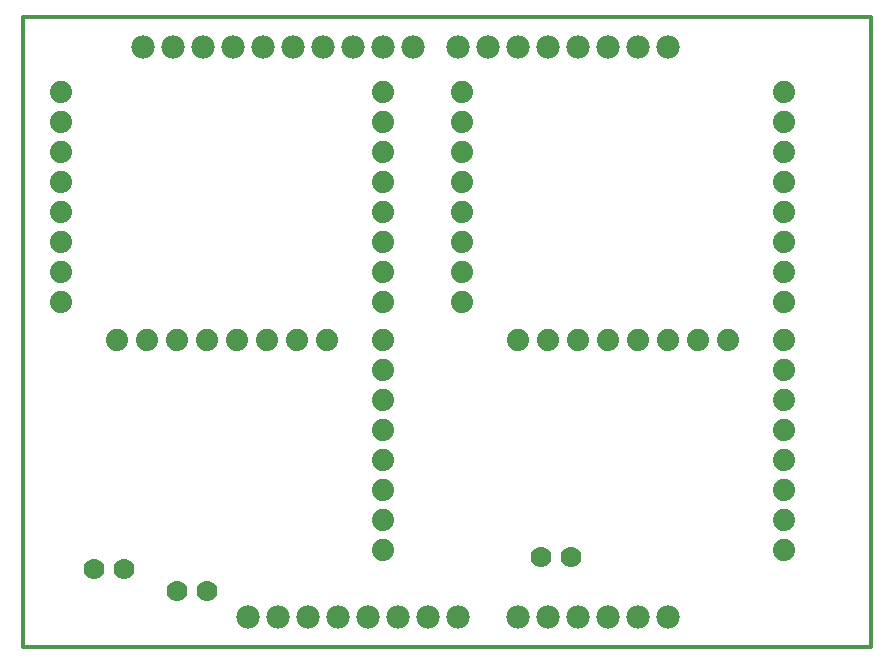
<source format=gbs>
G75*
%MOIN*%
%OFA0B0*%
%FSLAX24Y24*%
%IPPOS*%
%LPD*%
%AMOC8*
5,1,8,0,0,1.08239X$1,22.5*
%
%ADD10C,0.0120*%
%ADD11C,0.0700*%
%ADD12C,0.0740*%
%ADD13C,0.0780*%
D10*
X006252Y000160D02*
X006252Y021160D01*
X034502Y021160D01*
X034502Y000160D01*
X006252Y000160D01*
D11*
X008627Y002785D03*
X009627Y002785D03*
X011377Y002035D03*
X012377Y002035D03*
X023502Y003160D03*
X024502Y003160D03*
D12*
X018252Y003410D03*
X018252Y004410D03*
X018252Y005410D03*
X018252Y006410D03*
X018252Y007410D03*
X018252Y008410D03*
X018252Y009410D03*
X018252Y010410D03*
X018252Y011660D03*
X018252Y012660D03*
X018252Y013660D03*
X018252Y014660D03*
X018252Y015660D03*
X018252Y016660D03*
X018252Y017660D03*
X018252Y018660D03*
X020877Y018660D03*
X020877Y017660D03*
X020877Y016660D03*
X020877Y015660D03*
X020877Y014660D03*
X020877Y013660D03*
X020877Y012660D03*
X020877Y011660D03*
X022752Y010410D03*
X023752Y010410D03*
X024752Y010410D03*
X025752Y010410D03*
X026752Y010410D03*
X027752Y010410D03*
X028752Y010410D03*
X029752Y010410D03*
X031627Y010410D03*
X031627Y009410D03*
X031627Y008410D03*
X031627Y007410D03*
X031627Y006410D03*
X031627Y005410D03*
X031627Y004410D03*
X031627Y003410D03*
X031627Y011660D03*
X031627Y012660D03*
X031627Y013660D03*
X031627Y014660D03*
X031627Y015660D03*
X031627Y016660D03*
X031627Y017660D03*
X031627Y018660D03*
X016377Y010410D03*
X015377Y010410D03*
X014377Y010410D03*
X013377Y010410D03*
X012377Y010410D03*
X011377Y010410D03*
X010377Y010410D03*
X009377Y010410D03*
X007502Y011660D03*
X007502Y012660D03*
X007502Y013660D03*
X007502Y014660D03*
X007502Y015660D03*
X007502Y016660D03*
X007502Y017660D03*
X007502Y018660D03*
D13*
X010252Y020160D03*
X011252Y020160D03*
X012252Y020160D03*
X013252Y020160D03*
X014252Y020160D03*
X015252Y020160D03*
X016252Y020160D03*
X017252Y020160D03*
X018252Y020160D03*
X019252Y020160D03*
X020752Y020160D03*
X021752Y020160D03*
X022752Y020160D03*
X023752Y020160D03*
X024752Y020160D03*
X025752Y020160D03*
X026752Y020160D03*
X027752Y020160D03*
X027752Y001160D03*
X026752Y001160D03*
X025752Y001160D03*
X024752Y001160D03*
X023752Y001160D03*
X022752Y001160D03*
X020752Y001160D03*
X019752Y001160D03*
X018752Y001160D03*
X017752Y001160D03*
X016752Y001160D03*
X015752Y001160D03*
X014752Y001160D03*
X013752Y001160D03*
M02*

</source>
